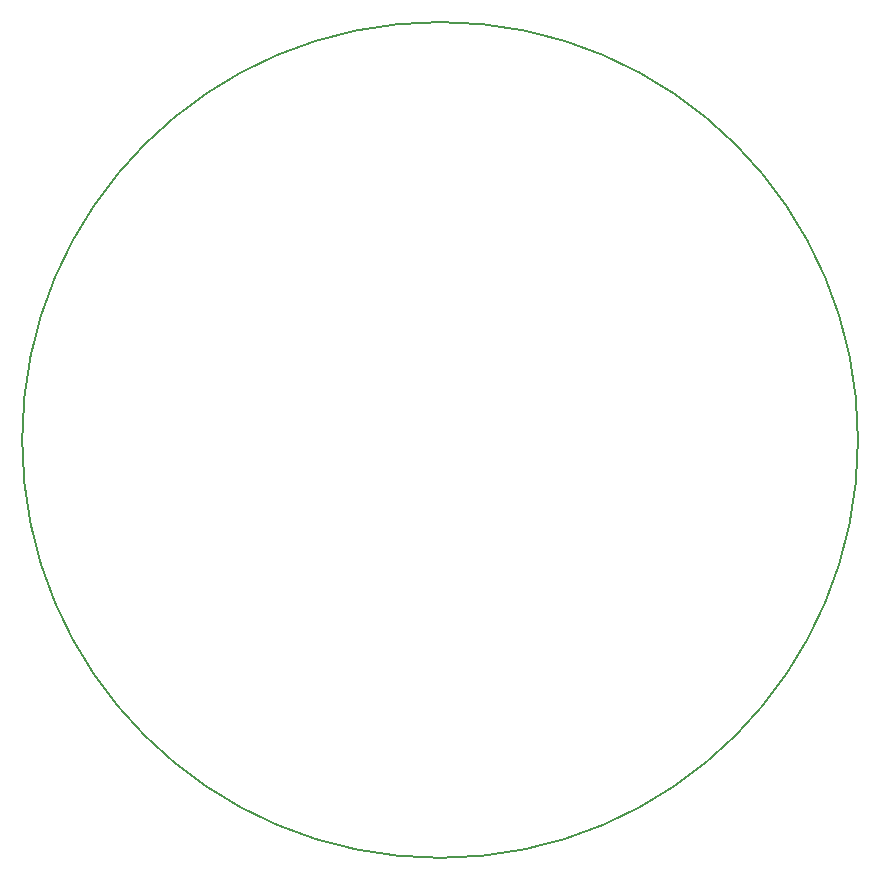
<source format=gbr>
%TF.GenerationSoftware,KiCad,Pcbnew,8.0.2*%
%TF.CreationDate,2024-05-25T17:49:00-05:00*%
%TF.ProjectId,kicad_timer,6b696361-645f-4746-996d-65722e6b6963,rev?*%
%TF.SameCoordinates,Original*%
%TF.FileFunction,Profile,NP*%
%FSLAX46Y46*%
G04 Gerber Fmt 4.6, Leading zero omitted, Abs format (unit mm)*
G04 Created by KiCad (PCBNEW 8.0.2) date 2024-05-25 17:49:00*
%MOMM*%
%LPD*%
G01*
G04 APERTURE LIST*
%TA.AperFunction,Profile*%
%ADD10C,0.200000*%
%TD*%
G04 APERTURE END LIST*
D10*
X193563612Y-95542500D02*
G75*
G02*
X122796388Y-95542500I-35383612J0D01*
G01*
X122796388Y-95542500D02*
G75*
G02*
X193563612Y-95542500I35383612J0D01*
G01*
M02*

</source>
